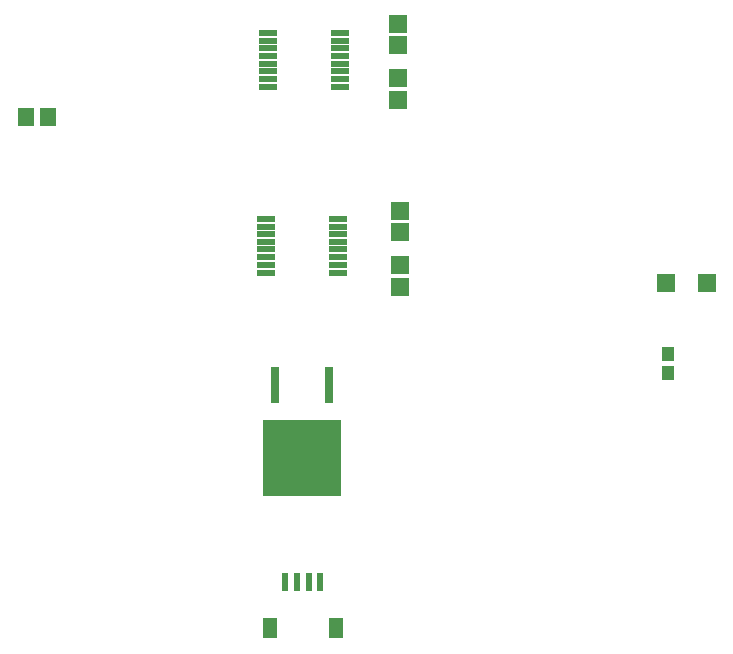
<source format=gtp>
G04*
G04 #@! TF.GenerationSoftware,Altium Limited,Altium Designer,22.0.2 (36)*
G04*
G04 Layer_Color=8421504*
%FSLAX23Y23*%
%MOIN*%
G70*
G04*
G04 #@! TF.SameCoordinates,F56BB060-458F-4204-93A6-019121B336C4*
G04*
G04*
G04 #@! TF.FilePolarity,Positive*
G04*
G01*
G75*
%ADD18R,0.059X0.059*%
%ADD19R,0.044X0.049*%
G04:AMPARAMS|DCode=20|XSize=18mil|YSize=63mil|CornerRadius=2mil|HoleSize=0mil|Usage=FLASHONLY|Rotation=90.000|XOffset=0mil|YOffset=0mil|HoleType=Round|Shape=RoundedRectangle|*
%AMROUNDEDRECTD20*
21,1,0.018,0.059,0,0,90.0*
21,1,0.014,0.063,0,0,90.0*
1,1,0.004,0.030,0.007*
1,1,0.004,0.030,-0.007*
1,1,0.004,-0.030,-0.007*
1,1,0.004,-0.030,0.007*
%
%ADD20ROUNDEDRECTD20*%
%ADD21R,0.055X0.061*%
%ADD22R,0.028X0.120*%
%ADD23R,0.260X0.257*%
%ADD24R,0.061X0.059*%
%ADD25R,0.061X0.061*%
%ADD26R,0.024X0.061*%
%ADD27R,0.047X0.071*%
D18*
X3721Y1710D02*
D03*
X3859D02*
D03*
D19*
X3730Y1410D02*
D03*
Y1475D02*
D03*
D20*
X2395Y2545D02*
D03*
Y2519D02*
D03*
Y2494D02*
D03*
Y2468D02*
D03*
Y2442D02*
D03*
Y2417D02*
D03*
Y2391D02*
D03*
Y2366D02*
D03*
X2635Y2545D02*
D03*
Y2519D02*
D03*
Y2494D02*
D03*
Y2468D02*
D03*
Y2442D02*
D03*
Y2417D02*
D03*
Y2391D02*
D03*
Y2366D02*
D03*
X2390Y1925D02*
D03*
Y1899D02*
D03*
Y1874D02*
D03*
Y1848D02*
D03*
Y1823D02*
D03*
Y1797D02*
D03*
Y1771D02*
D03*
Y1746D02*
D03*
X2630Y1925D02*
D03*
Y1899D02*
D03*
Y1874D02*
D03*
Y1848D02*
D03*
Y1823D02*
D03*
Y1797D02*
D03*
Y1771D02*
D03*
Y1746D02*
D03*
D21*
X1588Y2265D02*
D03*
X1662D02*
D03*
D22*
X2600Y1370D02*
D03*
X2420D02*
D03*
D23*
X2510Y1128D02*
D03*
D24*
X2830Y2574D02*
D03*
Y2503D02*
D03*
X2835Y1880D02*
D03*
Y1951D02*
D03*
D25*
X2830Y2395D02*
D03*
Y2322D02*
D03*
X2835Y1771D02*
D03*
Y1699D02*
D03*
D26*
X2570Y715D02*
D03*
X2531D02*
D03*
X2491D02*
D03*
X2452D02*
D03*
D27*
X2401Y562D02*
D03*
X2621D02*
D03*
M02*

</source>
